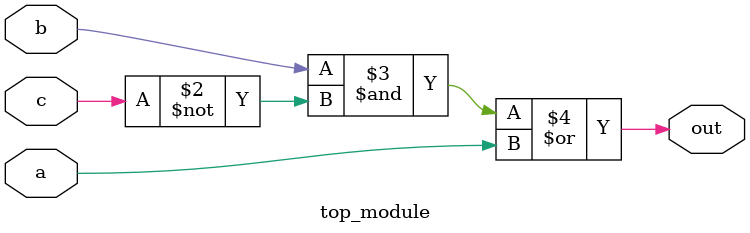
<source format=sv>
module top_module(
    input a, 
    input b,
    input c,
    output reg out
);

always @(*) begin
    out = (b & ~c) | a;
end

endmodule

</source>
